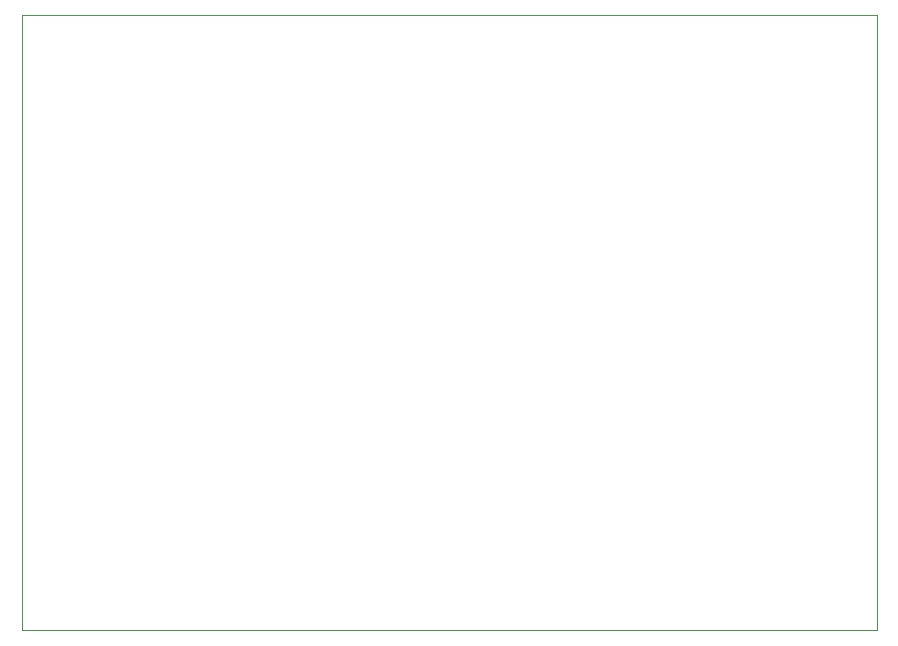
<source format=gm1>
G04 #@! TF.GenerationSoftware,KiCad,Pcbnew,6.0.9-8da3e8f707~116~ubuntu22.04.1*
G04 #@! TF.CreationDate,2022-12-04T14:32:32+01:00*
G04 #@! TF.ProjectId,pcb_15V,7063625f-3135-4562-9e6b-696361645f70,rev?*
G04 #@! TF.SameCoordinates,Original*
G04 #@! TF.FileFunction,Profile,NP*
%FSLAX46Y46*%
G04 Gerber Fmt 4.6, Leading zero omitted, Abs format (unit mm)*
G04 Created by KiCad (PCBNEW 6.0.9-8da3e8f707~116~ubuntu22.04.1) date 2022-12-04 14:32:32*
%MOMM*%
%LPD*%
G01*
G04 APERTURE LIST*
G04 #@! TA.AperFunction,Profile*
%ADD10C,0.050000*%
G04 #@! TD*
G04 APERTURE END LIST*
D10*
X81280000Y-24130000D02*
X153670000Y-24130000D01*
X153670000Y-24130000D02*
X153670000Y-76200000D01*
X153670000Y-76200000D02*
X81280000Y-76200000D01*
X81280000Y-76200000D02*
X81280000Y-24130000D01*
M02*

</source>
